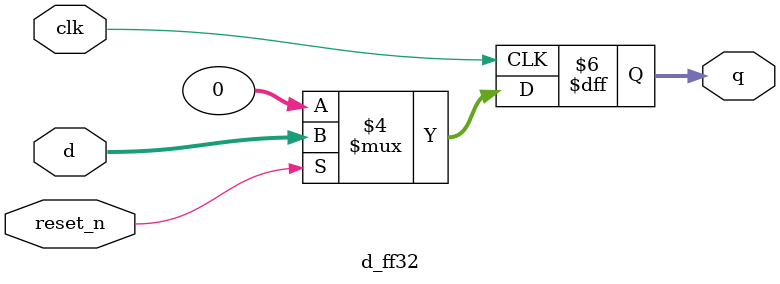
<source format=sv>
module d_ff32 (clk, reset_n, d, q);
    input logic clk;
    input logic reset_n;
    input logic [31:0] d;
    output logic [31:0] q;

    always_ff @(posedge clk) begin
        if(~reset_n) begin
            q <= 0;
        end else begin
            q <= d;
        end
    end

endmodule : d_ff32

</source>
